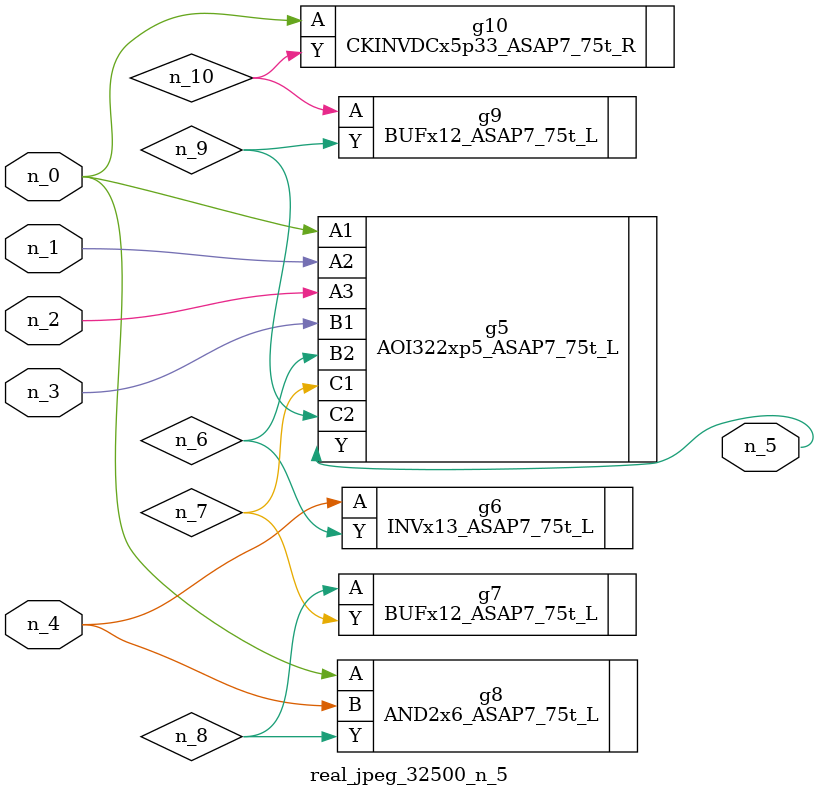
<source format=v>
module real_jpeg_32500_n_5 (n_4, n_0, n_1, n_2, n_3, n_5);

input n_4;
input n_0;
input n_1;
input n_2;
input n_3;

output n_5;

wire n_8;
wire n_6;
wire n_7;
wire n_10;
wire n_9;

AOI322xp5_ASAP7_75t_L g5 ( 
.A1(n_0),
.A2(n_1),
.A3(n_2),
.B1(n_3),
.B2(n_6),
.C1(n_7),
.C2(n_9),
.Y(n_5)
);

AND2x6_ASAP7_75t_L g8 ( 
.A(n_0),
.B(n_4),
.Y(n_8)
);

CKINVDCx5p33_ASAP7_75t_R g10 ( 
.A(n_0),
.Y(n_10)
);

INVx13_ASAP7_75t_L g6 ( 
.A(n_4),
.Y(n_6)
);

BUFx12_ASAP7_75t_L g7 ( 
.A(n_8),
.Y(n_7)
);

BUFx12_ASAP7_75t_L g9 ( 
.A(n_10),
.Y(n_9)
);


endmodule
</source>
